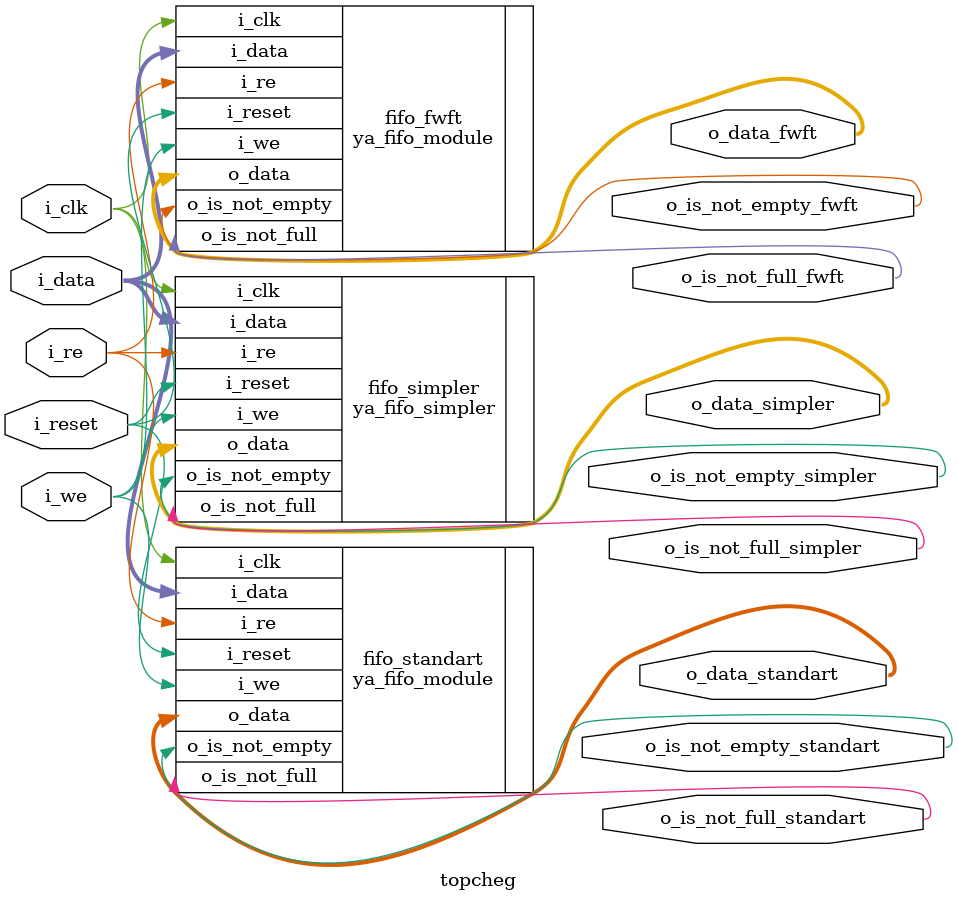
<source format=sv>
`timescale 1ns / 1ps


module topcheg #(
  parameter ADDR_SIZE = 10,
  parameter WORD_SIZE = 8
)(
  input  logic                 i_clk,
  input  logic                 i_reset,

  input  logic                 i_we,
  output logic                 o_is_not_full_standart,
  output logic                 o_is_not_full_fwft,
  output logic                 o_is_not_full_simpler,             
  input  logic [WORD_SIZE-1:0] i_data,
  
  input  logic                 i_re,
  output logic                 o_is_not_empty_standart,
  output logic                 o_is_not_empty_fwft,
  output logic                 o_is_not_empty_simpler,
  output logic [WORD_SIZE-1:0] o_data_standart,
  output logic [WORD_SIZE-1:0] o_data_fwft,
  output logic [WORD_SIZE-1:0] o_data_simpler
);


ya_fifo_module # (
  .ADDR_SIZE ( ADDR_SIZE ),
  .WORD_SIZE ( WORD_SIZE ),
  .FWFT      ( 0      )   
) fifo_standart (
  
  .i_clk          ( i_clk ),
  .i_reset        ( i_reset ),

  .i_we           ( i_we ),
  .o_is_not_full  ( o_is_not_full_standart ),            
  .i_data         ( i_data ),
  
  .i_re           ( i_re ),
  .o_is_not_empty ( o_is_not_empty_standart ),
  .o_data         ( o_data_standart )

);

ya_fifo_module # (
  .ADDR_SIZE ( ADDR_SIZE ),
  .WORD_SIZE ( WORD_SIZE ),
  .FWFT      ( 1      )   
) fifo_fwft (
  
  .i_clk          ( i_clk ),
  .i_reset        ( i_reset ),

  .i_we           ( i_we ),
  .o_is_not_full  ( o_is_not_full_fwft ),            
  .i_data         ( i_data ),
  
  .i_re           ( i_re ),
  .o_is_not_empty ( o_is_not_empty_fwft ),
  .o_data         ( o_data_fwft )

);


ya_fifo_simpler # (
  .ADDR_SIZE ( ADDR_SIZE ),
  .WORD_SIZE ( WORD_SIZE ),
  .FWFT      ( 0      )   
) fifo_simpler (
  
  .i_clk          ( i_clk ),
  .i_reset        ( i_reset ),

  .i_we           ( i_we ),
  .o_is_not_full  ( o_is_not_full_simpler ),            
  .i_data         ( i_data ),
  
  .i_re           ( i_re ),
  .o_is_not_empty ( o_is_not_empty_simpler ),
  .o_data         ( o_data_simpler )

);

endmodule



</source>
